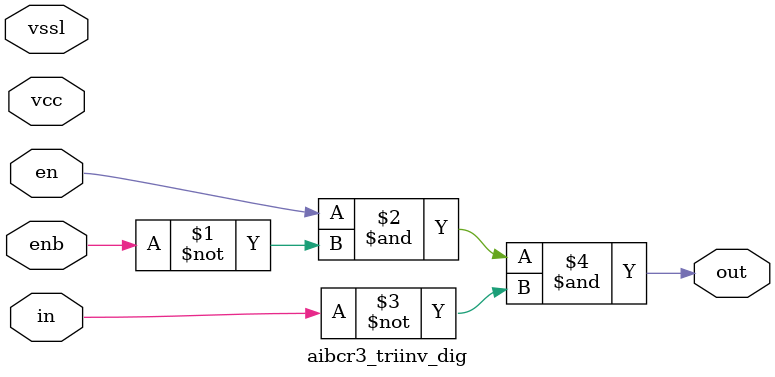
<source format=v>
module aibcr3_triinv_dig(	// file.cleaned.mlir:2:3
  input  en,	// file.cleaned.mlir:2:35
         enb,	// file.cleaned.mlir:2:48
         in,	// file.cleaned.mlir:2:62
         vcc,	// file.cleaned.mlir:2:75
         vssl,	// file.cleaned.mlir:2:89
  output out	// file.cleaned.mlir:2:105
);

  assign out = en & ~enb & ~in;	// file.cleaned.mlir:4:10, :5:10, :6:10, :7:5
endmodule


</source>
